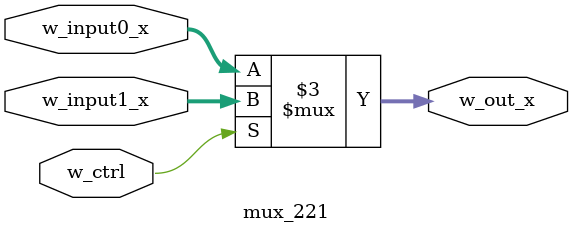
<source format=v>
module mux_221 #(parameter WIDTH=5)(
    w_input0_x,
    w_input1_x,
    w_out_x,
    w_ctrl
);

input wire [WIDTH-1:0] w_input0_x, w_input1_x;
input wire w_ctrl;
output reg [WIDTH-1:0] w_out_x;

always @(*) begin
    if(w_ctrl)
        w_out_x = w_input1_x;
    else
        w_out_x = w_input0_x;
end

endmodule
</source>
